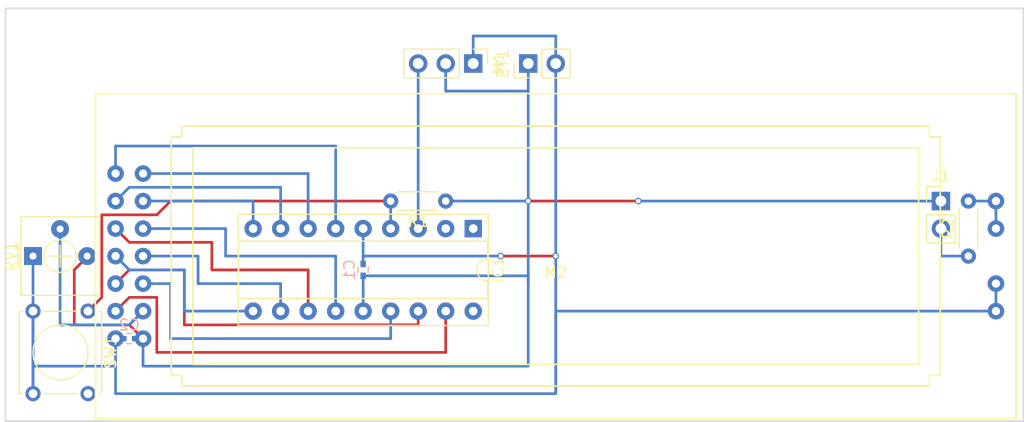
<source format=kicad_pcb>
(kicad_pcb (version 4) (host pcbnew 4.0.7)

  (general
    (links 37)
    (no_connects 1)
    (area -0.075001 -0.075001 94.055001 38.175001)
    (thickness 1.6)
    (drawings 4)
    (tracks 108)
    (zones 0)
    (modules 11)
    (nets 22)
  )

  (page A4)
  (layers
    (0 F.Cu signal)
    (31 B.Cu signal)
    (32 B.Adhes user)
    (33 F.Adhes user)
    (34 B.Paste user)
    (35 F.Paste user)
    (36 B.SilkS user)
    (37 F.SilkS user)
    (38 B.Mask user)
    (39 F.Mask user)
    (40 Dwgs.User user)
    (41 Cmts.User user)
    (42 Eco1.User user)
    (43 Eco2.User user)
    (44 Edge.Cuts user)
    (45 Margin user)
    (46 B.CrtYd user)
    (47 F.CrtYd user)
    (48 B.Fab user)
    (49 F.Fab user)
  )

  (setup
    (last_trace_width 0.25)
    (trace_clearance 0.2)
    (zone_clearance 0.508)
    (zone_45_only no)
    (trace_min 0.2)
    (segment_width 0.2)
    (edge_width 0.15)
    (via_size 0.6)
    (via_drill 0.4)
    (via_min_size 0.4)
    (via_min_drill 0.3)
    (uvia_size 0.3)
    (uvia_drill 0.1)
    (uvias_allowed no)
    (uvia_min_size 0.2)
    (uvia_min_drill 0.1)
    (pcb_text_width 0.3)
    (pcb_text_size 1.5 1.5)
    (mod_edge_width 0.15)
    (mod_text_size 1 1)
    (mod_text_width 0.15)
    (pad_size 1.524 1.524)
    (pad_drill 0.762)
    (pad_to_mask_clearance 0.2)
    (aux_axis_origin 0 0)
    (visible_elements 7FFFFFFF)
    (pcbplotparams
      (layerselection 0x00030_80000001)
      (usegerberextensions false)
      (excludeedgelayer true)
      (linewidth 0.100000)
      (plotframeref false)
      (viasonmask false)
      (mode 1)
      (useauxorigin false)
      (hpglpennumber 1)
      (hpglpenspeed 20)
      (hpglpendiameter 15)
      (hpglpenoverlay 2)
      (psnegative false)
      (psa4output false)
      (plotreference true)
      (plotvalue true)
      (plotinvisibletext false)
      (padsonsilk false)
      (subtractmaskfromsilk false)
      (outputformat 1)
      (mirror false)
      (drillshape 1)
      (scaleselection 1)
      (outputdirectory ""))
  )

  (net 0 "")
  (net 1 GND)
  (net 2 VCC)
  (net 3 "Net-(IC1-Pad1)")
  (net 4 "Net-(IC1-Pad10)")
  (net 5 "Net-(IC1-Pad2)")
  (net 6 "Net-(IC1-Pad11)")
  (net 7 "Net-(IC1-Pad3)")
  (net 8 "Net-(IC1-Pad12)")
  (net 9 "Net-(IC1-Pad4)")
  (net 10 "Net-(IC1-Pad13)")
  (net 11 "Net-(IC1-Pad6)")
  (net 12 "Net-(IC1-Pad15)")
  (net 13 "Net-(IC1-Pad7)")
  (net 14 "Net-(IC1-Pad16)")
  (net 15 "Net-(IC1-Pad8)")
  (net 16 "Net-(IC1-Pad17)")
  (net 17 "Net-(IC1-Pad9)")
  (net 18 "Net-(IC1-Pad18)")
  (net 19 "Net-(M2-Pad3)")
  (net 20 "Net-(M2-Pad15)")
  (net 21 "Net-(J1-Pad2)")

  (net_class Default "これは標準のネット クラスです。"
    (clearance 0.2)
    (trace_width 0.25)
    (via_dia 0.6)
    (via_drill 0.4)
    (uvia_dia 0.3)
    (uvia_drill 0.1)
    (add_net GND)
    (add_net "Net-(IC1-Pad1)")
    (add_net "Net-(IC1-Pad10)")
    (add_net "Net-(IC1-Pad11)")
    (add_net "Net-(IC1-Pad12)")
    (add_net "Net-(IC1-Pad13)")
    (add_net "Net-(IC1-Pad15)")
    (add_net "Net-(IC1-Pad16)")
    (add_net "Net-(IC1-Pad17)")
    (add_net "Net-(IC1-Pad18)")
    (add_net "Net-(IC1-Pad2)")
    (add_net "Net-(IC1-Pad3)")
    (add_net "Net-(IC1-Pad4)")
    (add_net "Net-(IC1-Pad6)")
    (add_net "Net-(IC1-Pad7)")
    (add_net "Net-(IC1-Pad8)")
    (add_net "Net-(IC1-Pad9)")
    (add_net "Net-(J1-Pad2)")
    (add_net "Net-(M2-Pad15)")
    (add_net "Net-(M2-Pad3)")
    (add_net VCC)
  )

  (module Resistors_THT:R_Axial_DIN0204_L3.6mm_D1.6mm_P5.08mm_Horizontal (layer F.Cu) (tedit 5874F706) (tstamp 5AA0F931)
    (at 40.64 -7.62 180)
    (descr "Resistor, Axial_DIN0204 series, Axial, Horizontal, pin pitch=5.08mm, 0.16666666666666666W = 1/6W, length*diameter=3.6*1.6mm^2, http://cdn-reichelt.de/documents/datenblatt/B400/1_4W%23YAG.pdf")
    (tags "Resistor Axial_DIN0204 series Axial Horizontal pin pitch 5.08mm 0.16666666666666666W = 1/6W length 3.6mm diameter 1.6mm")
    (path /5AA0E733)
    (fp_text reference R1 (at 2.54 -1.86 180) (layer F.SilkS)
      (effects (font (size 1 1) (thickness 0.15)))
    )
    (fp_text value 10k (at 2.54 1.86 180) (layer F.Fab)
      (effects (font (size 1 1) (thickness 0.15)))
    )
    (fp_line (start 0.74 -0.8) (end 0.74 0.8) (layer F.Fab) (width 0.1))
    (fp_line (start 0.74 0.8) (end 4.34 0.8) (layer F.Fab) (width 0.1))
    (fp_line (start 4.34 0.8) (end 4.34 -0.8) (layer F.Fab) (width 0.1))
    (fp_line (start 4.34 -0.8) (end 0.74 -0.8) (layer F.Fab) (width 0.1))
    (fp_line (start 0 0) (end 0.74 0) (layer F.Fab) (width 0.1))
    (fp_line (start 5.08 0) (end 4.34 0) (layer F.Fab) (width 0.1))
    (fp_line (start 0.68 -0.86) (end 4.4 -0.86) (layer F.SilkS) (width 0.12))
    (fp_line (start 0.68 0.86) (end 4.4 0.86) (layer F.SilkS) (width 0.12))
    (fp_line (start -0.95 -1.15) (end -0.95 1.15) (layer F.CrtYd) (width 0.05))
    (fp_line (start -0.95 1.15) (end 6.05 1.15) (layer F.CrtYd) (width 0.05))
    (fp_line (start 6.05 1.15) (end 6.05 -1.15) (layer F.CrtYd) (width 0.05))
    (fp_line (start 6.05 -1.15) (end -0.95 -1.15) (layer F.CrtYd) (width 0.05))
    (pad 1 thru_hole circle (at 0 0 180) (size 1.4 1.4) (drill 0.7) (layers *.Cu *.Mask)
      (net 2 VCC))
    (pad 2 thru_hole oval (at 5.08 0 180) (size 1.4 1.4) (drill 0.7) (layers *.Cu *.Mask)
      (net 9 "Net-(IC1-Pad4)"))
    (model ${KISYS3DMOD}/Resistors_THT.3dshapes/R_Axial_DIN0204_L3.6mm_D1.6mm_P5.08mm_Horizontal.wrl
      (at (xyz 0 0 0))
      (scale (xyz 0.393701 0.393701 0.393701))
      (rotate (xyz 0 0 0))
    )
  )

  (module Housings_DIP:DIP-18_W7.62mm_Socket (layer F.Cu) (tedit 59C78D6B) (tstamp 5AA0F8F8)
    (at 43.18 -5.08 270)
    (descr "18-lead though-hole mounted DIP package, row spacing 7.62 mm (300 mils), Socket")
    (tags "THT DIP DIL PDIP 2.54mm 7.62mm 300mil Socket")
    (path /5AA0E26C)
    (fp_text reference IC1 (at 3.81 -2.33 270) (layer F.SilkS)
      (effects (font (size 1 1) (thickness 0.15)))
    )
    (fp_text value PIC16F1827 (at 3.81 22.65 270) (layer F.Fab)
      (effects (font (size 1 1) (thickness 0.15)))
    )
    (fp_arc (start 3.81 -1.33) (end 2.81 -1.33) (angle -180) (layer F.SilkS) (width 0.12))
    (fp_line (start 1.635 -1.27) (end 6.985 -1.27) (layer F.Fab) (width 0.1))
    (fp_line (start 6.985 -1.27) (end 6.985 21.59) (layer F.Fab) (width 0.1))
    (fp_line (start 6.985 21.59) (end 0.635 21.59) (layer F.Fab) (width 0.1))
    (fp_line (start 0.635 21.59) (end 0.635 -0.27) (layer F.Fab) (width 0.1))
    (fp_line (start 0.635 -0.27) (end 1.635 -1.27) (layer F.Fab) (width 0.1))
    (fp_line (start -1.27 -1.33) (end -1.27 21.65) (layer F.Fab) (width 0.1))
    (fp_line (start -1.27 21.65) (end 8.89 21.65) (layer F.Fab) (width 0.1))
    (fp_line (start 8.89 21.65) (end 8.89 -1.33) (layer F.Fab) (width 0.1))
    (fp_line (start 8.89 -1.33) (end -1.27 -1.33) (layer F.Fab) (width 0.1))
    (fp_line (start 2.81 -1.33) (end 1.16 -1.33) (layer F.SilkS) (width 0.12))
    (fp_line (start 1.16 -1.33) (end 1.16 21.65) (layer F.SilkS) (width 0.12))
    (fp_line (start 1.16 21.65) (end 6.46 21.65) (layer F.SilkS) (width 0.12))
    (fp_line (start 6.46 21.65) (end 6.46 -1.33) (layer F.SilkS) (width 0.12))
    (fp_line (start 6.46 -1.33) (end 4.81 -1.33) (layer F.SilkS) (width 0.12))
    (fp_line (start -1.33 -1.39) (end -1.33 21.71) (layer F.SilkS) (width 0.12))
    (fp_line (start -1.33 21.71) (end 8.95 21.71) (layer F.SilkS) (width 0.12))
    (fp_line (start 8.95 21.71) (end 8.95 -1.39) (layer F.SilkS) (width 0.12))
    (fp_line (start 8.95 -1.39) (end -1.33 -1.39) (layer F.SilkS) (width 0.12))
    (fp_line (start -1.55 -1.6) (end -1.55 21.9) (layer F.CrtYd) (width 0.05))
    (fp_line (start -1.55 21.9) (end 9.15 21.9) (layer F.CrtYd) (width 0.05))
    (fp_line (start 9.15 21.9) (end 9.15 -1.6) (layer F.CrtYd) (width 0.05))
    (fp_line (start 9.15 -1.6) (end -1.55 -1.6) (layer F.CrtYd) (width 0.05))
    (fp_text user %R (at 3.81 10.16 270) (layer F.Fab)
      (effects (font (size 1 1) (thickness 0.15)))
    )
    (pad 1 thru_hole rect (at 0 0 270) (size 1.6 1.6) (drill 0.8) (layers *.Cu *.Mask)
      (net 3 "Net-(IC1-Pad1)"))
    (pad 10 thru_hole oval (at 7.62 20.32 270) (size 1.6 1.6) (drill 0.8) (layers *.Cu *.Mask)
      (net 4 "Net-(IC1-Pad10)"))
    (pad 2 thru_hole oval (at 0 2.54 270) (size 1.6 1.6) (drill 0.8) (layers *.Cu *.Mask)
      (net 5 "Net-(IC1-Pad2)"))
    (pad 11 thru_hole oval (at 7.62 17.78 270) (size 1.6 1.6) (drill 0.8) (layers *.Cu *.Mask)
      (net 6 "Net-(IC1-Pad11)"))
    (pad 3 thru_hole oval (at 0 5.08 270) (size 1.6 1.6) (drill 0.8) (layers *.Cu *.Mask)
      (net 7 "Net-(IC1-Pad3)"))
    (pad 12 thru_hole oval (at 7.62 15.24 270) (size 1.6 1.6) (drill 0.8) (layers *.Cu *.Mask)
      (net 8 "Net-(IC1-Pad12)"))
    (pad 4 thru_hole oval (at 0 7.62 270) (size 1.6 1.6) (drill 0.8) (layers *.Cu *.Mask)
      (net 9 "Net-(IC1-Pad4)"))
    (pad 13 thru_hole oval (at 7.62 12.7 270) (size 1.6 1.6) (drill 0.8) (layers *.Cu *.Mask)
      (net 10 "Net-(IC1-Pad13)"))
    (pad 5 thru_hole oval (at 0 10.16 270) (size 1.6 1.6) (drill 0.8) (layers *.Cu *.Mask)
      (net 1 GND))
    (pad 14 thru_hole oval (at 7.62 10.16 270) (size 1.6 1.6) (drill 0.8) (layers *.Cu *.Mask)
      (net 2 VCC))
    (pad 6 thru_hole oval (at 0 12.7 270) (size 1.6 1.6) (drill 0.8) (layers *.Cu *.Mask)
      (net 11 "Net-(IC1-Pad6)"))
    (pad 15 thru_hole oval (at 7.62 7.62 270) (size 1.6 1.6) (drill 0.8) (layers *.Cu *.Mask)
      (net 12 "Net-(IC1-Pad15)"))
    (pad 7 thru_hole oval (at 0 15.24 270) (size 1.6 1.6) (drill 0.8) (layers *.Cu *.Mask)
      (net 13 "Net-(IC1-Pad7)"))
    (pad 16 thru_hole oval (at 7.62 5.08 270) (size 1.6 1.6) (drill 0.8) (layers *.Cu *.Mask)
      (net 14 "Net-(IC1-Pad16)"))
    (pad 8 thru_hole oval (at 0 17.78 270) (size 1.6 1.6) (drill 0.8) (layers *.Cu *.Mask)
      (net 15 "Net-(IC1-Pad8)"))
    (pad 17 thru_hole oval (at 7.62 2.54 270) (size 1.6 1.6) (drill 0.8) (layers *.Cu *.Mask)
      (net 16 "Net-(IC1-Pad17)"))
    (pad 9 thru_hole oval (at 0 20.32 270) (size 1.6 1.6) (drill 0.8) (layers *.Cu *.Mask)
      (net 17 "Net-(IC1-Pad9)"))
    (pad 18 thru_hole oval (at 7.62 0 270) (size 1.6 1.6) (drill 0.8) (layers *.Cu *.Mask)
      (net 18 "Net-(IC1-Pad18)"))
    (model ${KISYS3DMOD}/Housings_DIP.3dshapes/DIP-18_W7.62mm_Socket.wrl
      (at (xyz 0 0 0))
      (scale (xyz 1 1 1))
      (rotate (xyz 0 0 0))
    )
  )

  (module mylib:SC1602 (layer F.Cu) (tedit 5AA0FF49) (tstamp 5AA108F4)
    (at 50.8 -2.54)
    (path /5AA0E1D7)
    (fp_text reference M2 (at 0 1.5) (layer F.SilkS)
      (effects (font (size 1 1) (thickness 0.15)))
    )
    (fp_text value SC1602 (at 0 -1.5) (layer F.Fab)
      (effects (font (size 1 1) (thickness 0.15)))
    )
    (fp_line (start -33.5 -10) (end -33.5 10) (layer F.SilkS) (width 0.15))
    (fp_line (start -33.5 10) (end 33.5 10) (layer F.SilkS) (width 0.15))
    (fp_line (start 33.5 10) (end 33.5 -10) (layer F.SilkS) (width 0.15))
    (fp_line (start 33.5 -10) (end -33.5 -10) (layer F.SilkS) (width 0.15))
    (fp_line (start -35.5 0) (end -35.5 -11) (layer F.SilkS) (width 0.15))
    (fp_line (start -35.5 -11) (end -34.5 -11) (layer F.SilkS) (width 0.15))
    (fp_line (start -34.5 -11) (end -34.5 -12) (layer F.SilkS) (width 0.15))
    (fp_line (start -34.5 -12) (end 34.5 -12) (layer F.SilkS) (width 0.15))
    (fp_line (start 34.5 -12) (end 34.5 -11) (layer F.SilkS) (width 0.15))
    (fp_line (start 34.5 -11) (end 35.5 -11) (layer F.SilkS) (width 0.15))
    (fp_line (start 35.5 -11) (end 35.5 11) (layer F.SilkS) (width 0.15))
    (fp_line (start 35.5 11) (end 34.5 11) (layer F.SilkS) (width 0.15))
    (fp_line (start 34.5 11) (end 34.5 12) (layer F.SilkS) (width 0.15))
    (fp_line (start 34.5 12) (end -34.5 12) (layer F.SilkS) (width 0.15))
    (fp_line (start -35.5 0) (end -35.5 11) (layer F.SilkS) (width 0.15))
    (fp_line (start -35.5 11) (end -34.5 11) (layer F.SilkS) (width 0.15))
    (fp_line (start -34.5 11) (end -34.5 12) (layer F.SilkS) (width 0.15))
    (fp_line (start 42.5 -15) (end -42.5 -15) (layer F.SilkS) (width 0.15))
    (fp_line (start 42.5 -15) (end 42.5 15) (layer F.SilkS) (width 0.15))
    (fp_line (start 42.5 15) (end -42.5 15) (layer F.SilkS) (width 0.15))
    (fp_line (start -42.5 15) (end -42.5 0) (layer F.SilkS) (width 0.15))
    (fp_line (start -42.5 0) (end -42.5 -15) (layer F.SilkS) (width 0.15))
    (pad 1 thru_hole circle (at -38.1 7.62) (size 1.524 1.524) (drill 0.762) (layers *.Cu *.Mask)
      (net 2 VCC))
    (pad 2 thru_hole circle (at -40.64 7.62) (size 1.524 1.524) (drill 0.762) (layers *.Cu *.Mask)
      (net 1 GND))
    (pad 3 thru_hole circle (at -38.1 5.08) (size 1.524 1.524) (drill 0.762) (layers *.Cu *.Mask)
      (net 19 "Net-(M2-Pad3)"))
    (pad 4 thru_hole circle (at -40.64 5.08) (size 1.524 1.524) (drill 0.762) (layers *.Cu *.Mask)
      (net 16 "Net-(IC1-Pad17)"))
    (pad 5 thru_hole circle (at -38.1 2.54) (size 1.524 1.524) (drill 0.762) (layers *.Cu *.Mask)
      (net 12 "Net-(IC1-Pad15)"))
    (pad 6 thru_hole circle (at -40.64 2.54) (size 1.524 1.524) (drill 0.762) (layers *.Cu *.Mask)
      (net 14 "Net-(IC1-Pad16)"))
    (pad 7 thru_hole circle (at -38.1 0) (size 1.524 1.524) (drill 0.762) (layers *.Cu *.Mask)
      (net 6 "Net-(IC1-Pad11)"))
    (pad 8 thru_hole circle (at -40.64 0) (size 1.524 1.524) (drill 0.762) (layers *.Cu *.Mask)
      (net 4 "Net-(IC1-Pad10)"))
    (pad 9 thru_hole circle (at -38.1 -2.54) (size 1.524 1.524) (drill 0.762) (layers *.Cu *.Mask)
      (net 10 "Net-(IC1-Pad13)"))
    (pad 10 thru_hole circle (at -40.64 -2.54) (size 1.524 1.524) (drill 0.762) (layers *.Cu *.Mask)
      (net 8 "Net-(IC1-Pad12)"))
    (pad 11 thru_hole circle (at -38.1 -5.08) (size 1.524 1.524) (drill 0.762) (layers *.Cu *.Mask)
      (net 17 "Net-(IC1-Pad9)"))
    (pad 12 thru_hole circle (at -40.64 -5.08) (size 1.524 1.524) (drill 0.762) (layers *.Cu *.Mask)
      (net 15 "Net-(IC1-Pad8)"))
    (pad 13 thru_hole circle (at -38.1 -7.62) (size 1.524 1.524) (drill 0.762) (layers *.Cu *.Mask)
      (net 13 "Net-(IC1-Pad7)"))
    (pad 14 thru_hole circle (at -40.64 -7.62) (size 1.524 1.524) (drill 0.762) (layers *.Cu *.Mask)
      (net 11 "Net-(IC1-Pad6)"))
    (pad 15 thru_hole circle (at 40.64 -5.08) (size 1.524 1.524) (drill 0.762) (layers *.Cu *.Mask)
      (net 20 "Net-(M2-Pad15)"))
    (pad 15 thru_hole circle (at 40.64 -2.54) (size 1.524 1.524) (drill 0.762) (layers *.Cu *.Mask)
      (net 20 "Net-(M2-Pad15)"))
    (pad 16 thru_hole circle (at 40.64 2.54) (size 1.524 1.524) (drill 0.762) (layers *.Cu *.Mask)
      (net 1 GND))
    (pad 16 thru_hole circle (at 40.64 5.08) (size 1.524 1.524) (drill 0.762) (layers *.Cu *.Mask)
      (net 1 GND))
  )

  (module Resistors_THT:R_Axial_DIN0204_L3.6mm_D1.6mm_P5.08mm_Horizontal (layer F.Cu) (tedit 5874F706) (tstamp 5AA0F937)
    (at 88.9 -2.54 90)
    (descr "Resistor, Axial_DIN0204 series, Axial, Horizontal, pin pitch=5.08mm, 0.16666666666666666W = 1/6W, length*diameter=3.6*1.6mm^2, http://cdn-reichelt.de/documents/datenblatt/B400/1_4W%23YAG.pdf")
    (tags "Resistor Axial_DIN0204 series Axial Horizontal pin pitch 5.08mm 0.16666666666666666W = 1/6W length 3.6mm diameter 1.6mm")
    (path /5AA0E6D6)
    (fp_text reference R2 (at 2.54 -1.86 90) (layer F.SilkS)
      (effects (font (size 1 1) (thickness 0.15)))
    )
    (fp_text value 100 (at 2.54 1.86 90) (layer F.Fab)
      (effects (font (size 1 1) (thickness 0.15)))
    )
    (fp_line (start 0.74 -0.8) (end 0.74 0.8) (layer F.Fab) (width 0.1))
    (fp_line (start 0.74 0.8) (end 4.34 0.8) (layer F.Fab) (width 0.1))
    (fp_line (start 4.34 0.8) (end 4.34 -0.8) (layer F.Fab) (width 0.1))
    (fp_line (start 4.34 -0.8) (end 0.74 -0.8) (layer F.Fab) (width 0.1))
    (fp_line (start 0 0) (end 0.74 0) (layer F.Fab) (width 0.1))
    (fp_line (start 5.08 0) (end 4.34 0) (layer F.Fab) (width 0.1))
    (fp_line (start 0.68 -0.86) (end 4.4 -0.86) (layer F.SilkS) (width 0.12))
    (fp_line (start 0.68 0.86) (end 4.4 0.86) (layer F.SilkS) (width 0.12))
    (fp_line (start -0.95 -1.15) (end -0.95 1.15) (layer F.CrtYd) (width 0.05))
    (fp_line (start -0.95 1.15) (end 6.05 1.15) (layer F.CrtYd) (width 0.05))
    (fp_line (start 6.05 1.15) (end 6.05 -1.15) (layer F.CrtYd) (width 0.05))
    (fp_line (start 6.05 -1.15) (end -0.95 -1.15) (layer F.CrtYd) (width 0.05))
    (pad 1 thru_hole circle (at 0 0 90) (size 1.4 1.4) (drill 0.7) (layers *.Cu *.Mask)
      (net 21 "Net-(J1-Pad2)"))
    (pad 2 thru_hole oval (at 5.08 0 90) (size 1.4 1.4) (drill 0.7) (layers *.Cu *.Mask)
      (net 20 "Net-(M2-Pad15)"))
    (model ${KISYS3DMOD}/Resistors_THT.3dshapes/R_Axial_DIN0204_L3.6mm_D1.6mm_P5.08mm_Horizontal.wrl
      (at (xyz 0 0 0))
      (scale (xyz 0.393701 0.393701 0.393701))
      (rotate (xyz 0 0 0))
    )
  )

  (module Buttons_Switches_THT:SW_Tactile_Straight_KSL0Axx1LFTR (layer F.Cu) (tedit 592E7E42) (tstamp 5AA12AED)
    (at 7.62 2.54 270)
    (descr "SW PUSH SMALL http://www.ckswitches.com/media/1457/ksa_ksl.pdf")
    (tags "SW PUSH SMALL Tactile C&K")
    (path /5AA128D9)
    (fp_text reference SW1 (at 3.81 -2.08 270) (layer F.SilkS)
      (effects (font (size 1 1) (thickness 0.15)))
    )
    (fp_text value SW_Push (at 3.81 7.28 270) (layer F.Fab)
      (effects (font (size 1 1) (thickness 0.15)))
    )
    (fp_line (start 7.51 6.24) (end 0.11 6.24) (layer F.Fab) (width 0.1))
    (fp_line (start 7.51 -1.16) (end 7.51 6.24) (layer F.Fab) (width 0.1))
    (fp_line (start 0.11 -1.16) (end 7.51 -1.16) (layer F.Fab) (width 0.1))
    (fp_line (start 0.11 6.24) (end 0.11 -1.16) (layer F.Fab) (width 0.1))
    (fp_text user %R (at 3.81 2.54 270) (layer F.Fab)
      (effects (font (size 1 1) (thickness 0.15)))
    )
    (fp_line (start 0 -1.27) (end 7.62 -1.27) (layer F.SilkS) (width 0.12))
    (fp_line (start 7.62 -1.27) (end 7.62 -0.97) (layer F.SilkS) (width 0.12))
    (fp_line (start 7.62 6.35) (end 0 6.35) (layer F.SilkS) (width 0.12))
    (fp_line (start 0 -1.27) (end 0 -0.97) (layer F.SilkS) (width 0.12))
    (fp_line (start 7.62 0.97) (end 7.62 4.11) (layer F.SilkS) (width 0.12))
    (fp_line (start 0 0.97) (end 0 4.11) (layer F.SilkS) (width 0.12))
    (fp_line (start -0.95 -1.41) (end 8.57 -1.41) (layer F.CrtYd) (width 0.05))
    (fp_line (start -0.95 -1.41) (end -0.95 6.49) (layer F.CrtYd) (width 0.05))
    (fp_line (start 8.57 6.49) (end 8.57 -1.41) (layer F.CrtYd) (width 0.05))
    (fp_line (start 8.57 6.49) (end -0.95 6.49) (layer F.CrtYd) (width 0.05))
    (fp_line (start 7.62 6.05) (end 7.62 6.35) (layer F.SilkS) (width 0.12))
    (fp_line (start 0 6.05) (end 0 6.35) (layer F.SilkS) (width 0.12))
    (fp_circle (center 3.81 2.54) (end 3.81 0) (layer F.SilkS) (width 0.12))
    (pad 1 thru_hole circle (at 7.62 0 270) (size 1.397 1.397) (drill 0.8128) (layers *.Cu *.Mask)
      (net 9 "Net-(IC1-Pad4)"))
    (pad 2 thru_hole circle (at 7.62 5.08 270) (size 1.397 1.397) (drill 0.8128) (layers *.Cu *.Mask)
      (net 1 GND))
    (pad 1 thru_hole circle (at 0 0 270) (size 1.397 1.397) (drill 0.8128) (layers *.Cu *.Mask)
      (net 9 "Net-(IC1-Pad4)"))
    (pad 2 thru_hole circle (at 0 5.08 270) (size 1.397 1.397) (drill 0.8128) (layers *.Cu *.Mask)
      (net 1 GND))
    (model ${KISYS3DMOD}/Buttons_Switches_THT.3dshapes/SW_Tactile_Straight_KSL0Axx1LFTR.wrl
      (at (xyz 0 0 0))
      (scale (xyz 1 1 1))
      (rotate (xyz 0 0 0))
    )
  )

  (module Capacitors_SMD:C_0402 (layer B.Cu) (tedit 58AA841A) (tstamp 5AA0F8DC)
    (at 33.02 -1.27 270)
    (descr "Capacitor SMD 0402, reflow soldering, AVX (see smccp.pdf)")
    (tags "capacitor 0402")
    (path /5AA0E766)
    (attr smd)
    (fp_text reference C1 (at 0 1.27 270) (layer B.SilkS)
      (effects (font (size 1 1) (thickness 0.15)) (justify mirror))
    )
    (fp_text value 0.1u (at 0 -1.27 270) (layer B.Fab)
      (effects (font (size 1 1) (thickness 0.15)) (justify mirror))
    )
    (fp_text user %R (at 0 1.27 270) (layer B.Fab)
      (effects (font (size 1 1) (thickness 0.15)) (justify mirror))
    )
    (fp_line (start -0.5 -0.25) (end -0.5 0.25) (layer B.Fab) (width 0.1))
    (fp_line (start 0.5 -0.25) (end -0.5 -0.25) (layer B.Fab) (width 0.1))
    (fp_line (start 0.5 0.25) (end 0.5 -0.25) (layer B.Fab) (width 0.1))
    (fp_line (start -0.5 0.25) (end 0.5 0.25) (layer B.Fab) (width 0.1))
    (fp_line (start 0.25 0.47) (end -0.25 0.47) (layer B.SilkS) (width 0.12))
    (fp_line (start -0.25 -0.47) (end 0.25 -0.47) (layer B.SilkS) (width 0.12))
    (fp_line (start -1 0.4) (end 1 0.4) (layer B.CrtYd) (width 0.05))
    (fp_line (start -1 0.4) (end -1 -0.4) (layer B.CrtYd) (width 0.05))
    (fp_line (start 1 -0.4) (end 1 0.4) (layer B.CrtYd) (width 0.05))
    (fp_line (start 1 -0.4) (end -1 -0.4) (layer B.CrtYd) (width 0.05))
    (pad 1 smd rect (at -0.55 0 270) (size 0.6 0.5) (layers B.Cu B.Paste B.Mask)
      (net 1 GND))
    (pad 2 smd rect (at 0.55 0 270) (size 0.6 0.5) (layers B.Cu B.Paste B.Mask)
      (net 2 VCC))
    (model Capacitors_SMD.3dshapes/C_0402.wrl
      (at (xyz 0 0 0))
      (scale (xyz 1 1 1))
      (rotate (xyz 0 0 0))
    )
  )

  (module Capacitors_SMD:C_0402 (layer B.Cu) (tedit 58AA841A) (tstamp 5AA0F8E2)
    (at 11.43 5.08 180)
    (descr "Capacitor SMD 0402, reflow soldering, AVX (see smccp.pdf)")
    (tags "capacitor 0402")
    (path /5AA0F0AD)
    (attr smd)
    (fp_text reference C2 (at 0 1.27 180) (layer B.SilkS)
      (effects (font (size 1 1) (thickness 0.15)) (justify mirror))
    )
    (fp_text value 0.1u (at 0 -1.27 180) (layer B.Fab)
      (effects (font (size 1 1) (thickness 0.15)) (justify mirror))
    )
    (fp_text user %R (at 0 1.27 180) (layer B.Fab)
      (effects (font (size 1 1) (thickness 0.15)) (justify mirror))
    )
    (fp_line (start -0.5 -0.25) (end -0.5 0.25) (layer B.Fab) (width 0.1))
    (fp_line (start 0.5 -0.25) (end -0.5 -0.25) (layer B.Fab) (width 0.1))
    (fp_line (start 0.5 0.25) (end 0.5 -0.25) (layer B.Fab) (width 0.1))
    (fp_line (start -0.5 0.25) (end 0.5 0.25) (layer B.Fab) (width 0.1))
    (fp_line (start 0.25 0.47) (end -0.25 0.47) (layer B.SilkS) (width 0.12))
    (fp_line (start -0.25 -0.47) (end 0.25 -0.47) (layer B.SilkS) (width 0.12))
    (fp_line (start -1 0.4) (end 1 0.4) (layer B.CrtYd) (width 0.05))
    (fp_line (start -1 0.4) (end -1 -0.4) (layer B.CrtYd) (width 0.05))
    (fp_line (start 1 -0.4) (end 1 0.4) (layer B.CrtYd) (width 0.05))
    (fp_line (start 1 -0.4) (end -1 -0.4) (layer B.CrtYd) (width 0.05))
    (pad 1 smd rect (at -0.55 0 180) (size 0.6 0.5) (layers B.Cu B.Paste B.Mask)
      (net 2 VCC))
    (pad 2 smd rect (at 0.55 0 180) (size 0.6 0.5) (layers B.Cu B.Paste B.Mask)
      (net 1 GND))
    (model Capacitors_SMD.3dshapes/C_0402.wrl
      (at (xyz 0 0 0))
      (scale (xyz 1 1 1))
      (rotate (xyz 0 0 0))
    )
  )

  (module Pin_Headers:Pin_Header_Straight_1x03_Pitch2.54mm (layer F.Cu) (tedit 59650532) (tstamp 5AA0F8FF)
    (at 43.18 -20.32 270)
    (descr "Through hole straight pin header, 1x03, 2.54mm pitch, single row")
    (tags "Through hole pin header THT 1x03 2.54mm single row")
    (path /5AA0E2BB)
    (fp_text reference M1 (at 0 -2.33 270) (layer F.SilkS)
      (effects (font (size 1 1) (thickness 0.15)))
    )
    (fp_text value Octopus_DHT11 (at 0 7.41 270) (layer F.Fab)
      (effects (font (size 1 1) (thickness 0.15)))
    )
    (fp_line (start -0.635 -1.27) (end 1.27 -1.27) (layer F.Fab) (width 0.1))
    (fp_line (start 1.27 -1.27) (end 1.27 6.35) (layer F.Fab) (width 0.1))
    (fp_line (start 1.27 6.35) (end -1.27 6.35) (layer F.Fab) (width 0.1))
    (fp_line (start -1.27 6.35) (end -1.27 -0.635) (layer F.Fab) (width 0.1))
    (fp_line (start -1.27 -0.635) (end -0.635 -1.27) (layer F.Fab) (width 0.1))
    (fp_line (start -1.33 6.41) (end 1.33 6.41) (layer F.SilkS) (width 0.12))
    (fp_line (start -1.33 1.27) (end -1.33 6.41) (layer F.SilkS) (width 0.12))
    (fp_line (start 1.33 1.27) (end 1.33 6.41) (layer F.SilkS) (width 0.12))
    (fp_line (start -1.33 1.27) (end 1.33 1.27) (layer F.SilkS) (width 0.12))
    (fp_line (start -1.33 0) (end -1.33 -1.33) (layer F.SilkS) (width 0.12))
    (fp_line (start -1.33 -1.33) (end 0 -1.33) (layer F.SilkS) (width 0.12))
    (fp_line (start -1.8 -1.8) (end -1.8 6.85) (layer F.CrtYd) (width 0.05))
    (fp_line (start -1.8 6.85) (end 1.8 6.85) (layer F.CrtYd) (width 0.05))
    (fp_line (start 1.8 6.85) (end 1.8 -1.8) (layer F.CrtYd) (width 0.05))
    (fp_line (start 1.8 -1.8) (end -1.8 -1.8) (layer F.CrtYd) (width 0.05))
    (fp_text user %R (at 0 2.54 360) (layer F.Fab)
      (effects (font (size 1 1) (thickness 0.15)))
    )
    (pad 1 thru_hole rect (at 0 0 270) (size 1.7 1.7) (drill 1) (layers *.Cu *.Mask)
      (net 1 GND))
    (pad 2 thru_hole oval (at 0 2.54 270) (size 1.7 1.7) (drill 1) (layers *.Cu *.Mask)
      (net 2 VCC))
    (pad 3 thru_hole oval (at 0 5.08 270) (size 1.7 1.7) (drill 1) (layers *.Cu *.Mask)
      (net 7 "Net-(IC1-Pad3)"))
    (model ${KISYS3DMOD}/Pin_Headers.3dshapes/Pin_Header_Straight_1x03_Pitch2.54mm.wrl
      (at (xyz 0 0 0))
      (scale (xyz 1 1 1))
      (rotate (xyz 0 0 0))
    )
  )

  (module Potentiometers:Potentiometer_Trimmer_Copal_CT-6EP (layer F.Cu) (tedit 59A855DB) (tstamp 5AA0F93E)
    (at 2.54 -2.54 90)
    (descr "single turn cermet trimmer, Copal CT-6EP, https://www.nidec-copal-electronics.com/e/catalog/trimmer/ct-6.pdf")
    (tags "potentiometer trimmer")
    (path /5AA0E667)
    (fp_text reference RV1 (at 0 -2 90) (layer F.SilkS)
      (effects (font (size 1 1) (thickness 0.15)))
    )
    (fp_text value 20k (at 0 7 90) (layer F.Fab)
      (effects (font (size 1 1) (thickness 0.15)))
    )
    (fp_circle (center 0 2.5) (end 1.5 2.5) (layer F.SilkS) (width 0.12))
    (fp_line (start 0 0) (end 1 -1) (layer F.Fab) (width 0.1))
    (fp_line (start 1 -1) (end 3.5 -1) (layer F.Fab) (width 0.1))
    (fp_line (start 3.5 -1) (end 3.5 6) (layer F.Fab) (width 0.1))
    (fp_line (start 3.5 6) (end -3.5 6) (layer F.Fab) (width 0.1))
    (fp_line (start -3.5 6) (end -3.5 -1) (layer F.Fab) (width 0.1))
    (fp_line (start -3.5 -1) (end -1 -1) (layer F.Fab) (width 0.1))
    (fp_line (start -1 -1) (end 0 0) (layer F.Fab) (width 0.1))
    (fp_line (start -3.62 -1.12) (end -3.62 6.12) (layer F.SilkS) (width 0.12))
    (fp_line (start -3.62 6.12) (end 3.62 6.12) (layer F.SilkS) (width 0.12))
    (fp_line (start 3.62 6.12) (end 3.62 -1.12) (layer F.SilkS) (width 0.12))
    (fp_line (start 3.62 -1.12) (end -3.62 -1.12) (layer F.SilkS) (width 0.12))
    (fp_line (start -1 -1.36) (end 1 -1.36) (layer F.SilkS) (width 0.12))
    (fp_line (start 0 1.5) (end 0 3.5) (layer F.SilkS) (width 0.12))
    (fp_line (start -1 2.5) (end 1 2.5) (layer F.SilkS) (width 0.12))
    (fp_line (start -3.75 -1.25) (end -3.75 6.25) (layer F.CrtYd) (width 0.05))
    (fp_line (start -3.75 6.25) (end 3.75 6.25) (layer F.CrtYd) (width 0.05))
    (fp_line (start 3.75 6.25) (end 3.75 -1.25) (layer F.CrtYd) (width 0.05))
    (fp_line (start 3.75 -1.25) (end -3.75 -1.25) (layer F.CrtYd) (width 0.05))
    (fp_text user %R (at 0 2.5 90) (layer F.Fab)
      (effects (font (size 1 1) (thickness 0.15)))
    )
    (pad 1 thru_hole rect (at 0 0 90) (size 1.65 1.65) (drill 0.65) (layers *.Cu *.Mask)
      (net 1 GND))
    (pad 2 thru_hole circle (at 2.5 2.5 90) (size 1.65 1.65) (drill 0.65) (layers *.Cu *.Mask)
      (net 19 "Net-(M2-Pad3)"))
    (pad 3 thru_hole circle (at 0 5 90) (size 1.65 1.65) (drill 0.65) (layers *.Cu *.Mask)
      (net 2 VCC))
    (model ${KISYS3DMOD}/Potentiometers.3dshapes/Potentiometer_Trimmer_Copal_CT-6EP.wrl
      (at (xyz 0 0 0))
      (scale (xyz 1 1 1))
      (rotate (xyz 0 0 0))
    )
  )

  (module Pin_Headers:Pin_Header_Straight_1x02_Pitch2.54mm (layer F.Cu) (tedit 59650532) (tstamp 5AA0FEB2)
    (at 48.26 -20.32 90)
    (descr "Through hole straight pin header, 1x02, 2.54mm pitch, single row")
    (tags "Through hole pin header THT 1x02 2.54mm single row")
    (path /5AA0FD9A)
    (fp_text reference BT1 (at 0 -2.33 90) (layer F.SilkS)
      (effects (font (size 1 1) (thickness 0.15)))
    )
    (fp_text value Battery (at 0 4.87 90) (layer F.Fab)
      (effects (font (size 1 1) (thickness 0.15)))
    )
    (fp_line (start -0.635 -1.27) (end 1.27 -1.27) (layer F.Fab) (width 0.1))
    (fp_line (start 1.27 -1.27) (end 1.27 3.81) (layer F.Fab) (width 0.1))
    (fp_line (start 1.27 3.81) (end -1.27 3.81) (layer F.Fab) (width 0.1))
    (fp_line (start -1.27 3.81) (end -1.27 -0.635) (layer F.Fab) (width 0.1))
    (fp_line (start -1.27 -0.635) (end -0.635 -1.27) (layer F.Fab) (width 0.1))
    (fp_line (start -1.33 3.87) (end 1.33 3.87) (layer F.SilkS) (width 0.12))
    (fp_line (start -1.33 1.27) (end -1.33 3.87) (layer F.SilkS) (width 0.12))
    (fp_line (start 1.33 1.27) (end 1.33 3.87) (layer F.SilkS) (width 0.12))
    (fp_line (start -1.33 1.27) (end 1.33 1.27) (layer F.SilkS) (width 0.12))
    (fp_line (start -1.33 0) (end -1.33 -1.33) (layer F.SilkS) (width 0.12))
    (fp_line (start -1.33 -1.33) (end 0 -1.33) (layer F.SilkS) (width 0.12))
    (fp_line (start -1.8 -1.8) (end -1.8 4.35) (layer F.CrtYd) (width 0.05))
    (fp_line (start -1.8 4.35) (end 1.8 4.35) (layer F.CrtYd) (width 0.05))
    (fp_line (start 1.8 4.35) (end 1.8 -1.8) (layer F.CrtYd) (width 0.05))
    (fp_line (start 1.8 -1.8) (end -1.8 -1.8) (layer F.CrtYd) (width 0.05))
    (fp_text user %R (at 0 1.27 180) (layer F.Fab)
      (effects (font (size 1 1) (thickness 0.15)))
    )
    (pad 1 thru_hole rect (at 0 0 90) (size 1.7 1.7) (drill 1) (layers *.Cu *.Mask)
      (net 2 VCC))
    (pad 2 thru_hole oval (at 0 2.54 90) (size 1.7 1.7) (drill 1) (layers *.Cu *.Mask)
      (net 1 GND))
    (model ${KISYS3DMOD}/Pin_Headers.3dshapes/Pin_Header_Straight_1x02_Pitch2.54mm.wrl
      (at (xyz 0 0 0))
      (scale (xyz 1 1 1))
      (rotate (xyz 0 0 0))
    )
  )

  (module Pin_Headers:Pin_Header_Straight_1x02_Pitch2.54mm (layer F.Cu) (tedit 59650532) (tstamp 5AA13954)
    (at 86.36 -7.62)
    (descr "Through hole straight pin header, 1x02, 2.54mm pitch, single row")
    (tags "Through hole pin header THT 1x02 2.54mm single row")
    (path /5AA13BFD)
    (fp_text reference J1 (at 0 -2.33) (layer F.SilkS)
      (effects (font (size 1 1) (thickness 0.15)))
    )
    (fp_text value Conn_02x01 (at 0 4.87) (layer F.Fab)
      (effects (font (size 1 1) (thickness 0.15)))
    )
    (fp_line (start -0.635 -1.27) (end 1.27 -1.27) (layer F.Fab) (width 0.1))
    (fp_line (start 1.27 -1.27) (end 1.27 3.81) (layer F.Fab) (width 0.1))
    (fp_line (start 1.27 3.81) (end -1.27 3.81) (layer F.Fab) (width 0.1))
    (fp_line (start -1.27 3.81) (end -1.27 -0.635) (layer F.Fab) (width 0.1))
    (fp_line (start -1.27 -0.635) (end -0.635 -1.27) (layer F.Fab) (width 0.1))
    (fp_line (start -1.33 3.87) (end 1.33 3.87) (layer F.SilkS) (width 0.12))
    (fp_line (start -1.33 1.27) (end -1.33 3.87) (layer F.SilkS) (width 0.12))
    (fp_line (start 1.33 1.27) (end 1.33 3.87) (layer F.SilkS) (width 0.12))
    (fp_line (start -1.33 1.27) (end 1.33 1.27) (layer F.SilkS) (width 0.12))
    (fp_line (start -1.33 0) (end -1.33 -1.33) (layer F.SilkS) (width 0.12))
    (fp_line (start -1.33 -1.33) (end 0 -1.33) (layer F.SilkS) (width 0.12))
    (fp_line (start -1.8 -1.8) (end -1.8 4.35) (layer F.CrtYd) (width 0.05))
    (fp_line (start -1.8 4.35) (end 1.8 4.35) (layer F.CrtYd) (width 0.05))
    (fp_line (start 1.8 4.35) (end 1.8 -1.8) (layer F.CrtYd) (width 0.05))
    (fp_line (start 1.8 -1.8) (end -1.8 -1.8) (layer F.CrtYd) (width 0.05))
    (fp_text user %R (at 0 1.27 90) (layer F.Fab)
      (effects (font (size 1 1) (thickness 0.15)))
    )
    (pad 1 thru_hole rect (at 0 0) (size 1.7 1.7) (drill 1) (layers *.Cu *.Mask)
      (net 2 VCC))
    (pad 2 thru_hole oval (at 0 2.54) (size 1.7 1.7) (drill 1) (layers *.Cu *.Mask)
      (net 21 "Net-(J1-Pad2)"))
    (model ${KISYS3DMOD}/Pin_Headers.3dshapes/Pin_Header_Straight_1x02_Pitch2.54mm.wrl
      (at (xyz 0 0 0))
      (scale (xyz 1 1 1))
      (rotate (xyz 0 0 0))
    )
  )

  (gr_line (start 93.98 -25.4) (end 93.98 12.7) (angle 90) (layer Edge.Cuts) (width 0.15))
  (gr_line (start 0 -25.4) (end 0 12.7) (angle 90) (layer Edge.Cuts) (width 0.15))
  (gr_line (start 0 12.7) (end 93.98 12.7) (angle 90) (layer Edge.Cuts) (width 0.15))
  (gr_line (start 0 -25.4) (end 93.98 -25.4) (angle 90) (layer Edge.Cuts) (width 0.15))

  (via (at 50.8 -2.54) (size 0.6) (drill 0.4) (layers F.Cu B.Cu) (net 1))
  (segment (start 33.02 -2.54) (end 45.72 -2.54) (width 0.25) (layer B.Cu) (net 1) (tstamp 5AB67441))
  (via (at 45.72 -2.54) (size 0.6) (drill 0.4) (layers F.Cu B.Cu) (net 1))
  (segment (start 45.72 -2.54) (end 50.8 -2.54) (width 0.25) (layer F.Cu) (net 1) (tstamp 5AB6743E))
  (segment (start 50.8 10.16) (end 50.8 2.54) (width 0.25) (layer B.Cu) (net 1))
  (segment (start 50.8 2.54) (end 55.88 2.54) (width 0.25) (layer B.Cu) (net 1) (tstamp 5AB67421))
  (segment (start 50.8 -20.32) (end 50.8 -2.54) (width 0.25) (layer B.Cu) (net 1))
  (segment (start 50.8 -2.54) (end 50.8 10.16) (width 0.25) (layer B.Cu) (net 1) (tstamp 5AB6743B))
  (segment (start 43.18 -20.32) (end 43.18 -22.86) (width 0.25) (layer B.Cu) (net 1))
  (segment (start 43.18 -22.86) (end 50.8 -22.86) (width 0.25) (layer B.Cu) (net 1) (tstamp 5AB67413))
  (segment (start 50.8 -22.86) (end 50.8 -20.32) (width 0.25) (layer B.Cu) (net 1) (tstamp 5AB67414))
  (segment (start 2.54 10.16) (end 2.54 2.54) (width 0.25) (layer B.Cu) (net 1))
  (segment (start 66.04 2.54) (end 55.88 2.54) (width 0.25) (layer B.Cu) (net 1))
  (segment (start 91.44 2.54) (end 66.04 2.54) (width 0.25) (layer B.Cu) (net 1) (status 10))
  (segment (start 33.02 -5.08) (end 33.02 -2.54) (width 0.25) (layer B.Cu) (net 1))
  (segment (start 33.02 -2.54) (end 33.02 -1.82) (width 0.25) (layer B.Cu) (net 1) (tstamp 5AB654A0))
  (segment (start 2.54 -2.54) (end 2.54 7.62) (width 0.25) (layer B.Cu) (net 1))
  (segment (start 2.54 10.16) (end 2.54 7.62) (width 0.25) (layer B.Cu) (net 1))
  (segment (start 2.54 7.62) (end 10.16 7.62) (width 0.25) (layer B.Cu) (net 1) (tstamp 5AB64EB9))
  (segment (start 10.16 5.08) (end 10.16 7.62) (width 0.25) (layer B.Cu) (net 1) (status 10))
  (segment (start 10.16 7.62) (end 10.16 10.16) (width 0.25) (layer B.Cu) (net 1) (tstamp 5AB64EBC))
  (segment (start 10.16 10.16) (end 50.8 10.16) (width 0.25) (layer B.Cu) (net 1) (tstamp 5AB64EA7))
  (segment (start 91.44 0) (end 91.44 2.54) (width 0.25) (layer B.Cu) (net 1) (status 30))
  (segment (start 10.88 5.08) (end 10.16 5.08) (width 0.25) (layer B.Cu) (net 1) (status 30))
  (segment (start 40.64 -7.62) (end 45.72 -7.62) (width 0.25) (layer B.Cu) (net 2))
  (segment (start 45.72 -7.62) (end 48.26 -7.62) (width 0.25) (layer B.Cu) (net 2) (tstamp 5AB67444))
  (segment (start 33.02 -0.72) (end 48.26 -0.72) (width 0.25) (layer B.Cu) (net 2))
  (segment (start 48.26 -0.72) (end 48.26 0) (width 0.25) (layer B.Cu) (net 2) (tstamp 5AB67436))
  (segment (start 40.64 -20.32) (end 40.64 -17.78) (width 0.25) (layer B.Cu) (net 2))
  (segment (start 40.64 -17.78) (end 48.26 -17.78) (width 0.25) (layer B.Cu) (net 2) (tstamp 5AB67418))
  (segment (start 48.26 -7.62) (end 48.26 -17.78) (width 0.25) (layer B.Cu) (net 2))
  (segment (start 48.26 -17.78) (end 48.26 -20.32) (width 0.25) (layer B.Cu) (net 2) (tstamp 5AB6741B))
  (segment (start 48.26 -7.62) (end 48.26 0) (width 0.25) (layer B.Cu) (net 2))
  (segment (start 48.26 0) (end 48.26 7.62) (width 0.25) (layer B.Cu) (net 2) (tstamp 5AB67439))
  (segment (start 12.7 7.62) (end 48.26 7.62) (width 0.25) (layer B.Cu) (net 2) (tstamp 5AB64D0A))
  (segment (start 12.7 5.08) (end 12.7 7.62) (width 0.25) (layer B.Cu) (net 2) (status 10))
  (segment (start 86.36 -7.62) (end 58.42 -7.62) (width 0.25) (layer B.Cu) (net 2))
  (via (at 48.26 -7.62) (size 0.6) (drill 0.4) (layers F.Cu B.Cu) (net 2))
  (segment (start 58.42 -7.62) (end 48.26 -7.62) (width 0.25) (layer F.Cu) (net 2) (tstamp 5AB65529))
  (via (at 58.42 -7.62) (size 0.6) (drill 0.4) (layers F.Cu B.Cu) (net 2))
  (segment (start 33.02 -0.72) (end 33.02 0) (width 0.25) (layer B.Cu) (net 2))
  (segment (start 33.02 0) (end 33.02 2.54) (width 0.25) (layer B.Cu) (net 2) (tstamp 5AB6542F))
  (segment (start 7.54 -2.54) (end 7.54 -2.46) (width 0.25) (layer F.Cu) (net 2))
  (segment (start 7.54 -2.46) (end 6.35 -1.27) (width 0.25) (layer F.Cu) (net 2) (tstamp 5AB64EE7))
  (segment (start 6.35 -1.27) (end 6.35 3.81) (width 0.25) (layer F.Cu) (net 2) (tstamp 5AB64EEA))
  (segment (start 6.35 3.81) (end 11.43 3.81) (width 0.25) (layer F.Cu) (net 2) (tstamp 5AB64EEC))
  (segment (start 11.43 3.81) (end 12.7 5.08) (width 0.25) (layer F.Cu) (net 2) (tstamp 5AB64EEE) (status 20))
  (segment (start 12.7 5.08) (end 11.98 5.08) (width 0.25) (layer B.Cu) (net 2) (status 30))
  (segment (start 10.16 -2.54) (end 11.43 -1.27) (width 0.25) (layer B.Cu) (net 4) (status 10))
  (segment (start 11.43 -1.27) (end 16.51 -1.27) (width 0.25) (layer B.Cu) (net 4) (tstamp 5AB6531C))
  (segment (start 16.51 2.54) (end 22.86 2.54) (width 0.25) (layer B.Cu) (net 4) (tstamp 5AB6531E) (status 20))
  (segment (start 16.51 -1.27) (end 16.51 2.54) (width 0.25) (layer B.Cu) (net 4) (tstamp 5AB6531D))
  (segment (start 25.4 2.54) (end 25.4 0) (width 0.25) (layer B.Cu) (net 6))
  (segment (start 12.7 -2.54) (end 17.78 -2.54) (width 0.25) (layer B.Cu) (net 6) (status 10))
  (segment (start 17.78 -2.54) (end 17.78 0) (width 0.25) (layer B.Cu) (net 6) (tstamp 5AB6532C))
  (segment (start 17.78 0) (end 25.4 0) (width 0.25) (layer B.Cu) (net 6) (tstamp 5AB6532D))
  (segment (start 38.1 -20.32) (end 38.1 -20.32) (width 0.25) (layer B.Cu) (net 7) (status 10))
  (segment (start 38.1 -20.32) (end 38.1 -5.08) (width 0.25) (layer B.Cu) (net 7) (tstamp 5AB654AA))
  (segment (start 27.94 2.54) (end 27.94 -1.27) (width 0.25) (layer F.Cu) (net 8))
  (segment (start 27.94 -1.27) (end 19.05 -1.27) (width 0.25) (layer F.Cu) (net 8) (tstamp 5AB65401))
  (segment (start 10.16 -5.08) (end 11.43 -3.81) (width 0.25) (layer F.Cu) (net 8) (status 10))
  (segment (start 19.05 -1.27) (end 27.94 -1.27) (width 0.25) (layer F.Cu) (net 8) (tstamp 5AB65336))
  (segment (start 19.05 -3.81) (end 19.05 -1.27) (width 0.25) (layer F.Cu) (net 8) (tstamp 5AB65335))
  (segment (start 11.43 -3.81) (end 19.05 -3.81) (width 0.25) (layer F.Cu) (net 8) (tstamp 5AB65334))
  (segment (start 35.56 -7.62) (end 15.24 -7.62) (width 0.25) (layer F.Cu) (net 9) (status 10))
  (segment (start 8.89 1.27) (end 7.62 2.54) (width 0.25) (layer F.Cu) (net 9) (tstamp 5AB65131))
  (segment (start 8.89 -6.35) (end 8.89 1.27) (width 0.25) (layer F.Cu) (net 9) (tstamp 5AB65130))
  (segment (start 13.97 -6.35) (end 8.89 -6.35) (width 0.25) (layer F.Cu) (net 9) (tstamp 5AB6512E))
  (segment (start 15.24 -7.62) (end 13.97 -6.35) (width 0.25) (layer F.Cu) (net 9) (tstamp 5AB65128))
  (segment (start 7.54 2.46) (end 7.62 2.54) (width 0.25) (layer B.Cu) (net 9) (tstamp 5AB64C70))
  (segment (start 35.56 -5.08) (end 35.56 -7.62) (width 0.25) (layer B.Cu) (net 9) (status 20))
  (segment (start 30.48 2.54) (end 30.48 -2.54) (width 0.25) (layer B.Cu) (net 10))
  (segment (start 27.94 -2.54) (end 20.32 -2.54) (width 0.25) (layer B.Cu) (net 10))
  (segment (start 20.32 -2.54) (end 20.32 -5.08) (width 0.25) (layer B.Cu) (net 10) (tstamp 5AB6533B))
  (segment (start 27.94 -2.54) (end 30.48 -2.54) (width 0.25) (layer B.Cu) (net 10) (tstamp 5AB647A5))
  (segment (start 12.7 -5.08) (end 20.32 -5.08) (width 0.25) (layer B.Cu) (net 10) (status 10))
  (segment (start 30.48 -5.08) (end 30.48 -12.7) (width 0.25) (layer B.Cu) (net 11))
  (segment (start 10.16 -12.7) (end 10.16 -10.16) (width 0.25) (layer B.Cu) (net 11) (tstamp 5AB6468B) (status 20))
  (segment (start 30.48 -12.7) (end 10.16 -12.7) (width 0.25) (layer B.Cu) (net 11) (tstamp 5AB653F9))
  (segment (start 35.56 2.54) (end 35.56 5.08) (width 0.25) (layer B.Cu) (net 12))
  (segment (start 12.7 0) (end 15.24 0) (width 0.25) (layer B.Cu) (net 12) (status 10))
  (segment (start 15.24 5.08) (end 35.56 5.08) (width 0.25) (layer B.Cu) (net 12) (tstamp 5AB6501A))
  (segment (start 15.24 0) (end 15.24 5.08) (width 0.25) (layer B.Cu) (net 12) (tstamp 5AB65019))
  (segment (start 27.94 -5.08) (end 27.94 -10.16) (width 0.25) (layer B.Cu) (net 13))
  (segment (start 12.7 -10.16) (end 27.94 -10.16) (width 0.25) (layer B.Cu) (net 13) (status 10))
  (segment (start 38.1 3.81) (end 38.1 2.54) (width 0.25) (layer F.Cu) (net 14))
  (segment (start 10.16 0) (end 11.43 -1.27) (width 0.25) (layer F.Cu) (net 14) (status 10))
  (segment (start 16.51 3.81) (end 38.1 3.81) (width 0.25) (layer F.Cu) (net 14) (tstamp 5AB65081))
  (segment (start 16.51 -1.27) (end 16.51 3.81) (width 0.25) (layer F.Cu) (net 14) (tstamp 5AB65080))
  (segment (start 11.43 -1.27) (end 16.51 -1.27) (width 0.25) (layer F.Cu) (net 14) (tstamp 5AB6507F))
  (segment (start 25.4 -5.08) (end 25.4 -8.89) (width 0.25) (layer B.Cu) (net 15))
  (segment (start 10.16 -7.62) (end 11.43 -8.89) (width 0.25) (layer B.Cu) (net 15) (status 10))
  (segment (start 11.43 -8.89) (end 25.4 -8.89) (width 0.25) (layer B.Cu) (net 15) (tstamp 5AB647A0))
  (segment (start 40.64 2.54) (end 40.64 6.35) (width 0.25) (layer F.Cu) (net 16))
  (segment (start 10.16 2.54) (end 11.43 1.27) (width 0.25) (layer F.Cu) (net 16) (status 10))
  (segment (start 13.97 6.35) (end 40.64 6.35) (width 0.25) (layer F.Cu) (net 16) (tstamp 5AB6508A))
  (segment (start 13.97 1.27) (end 13.97 6.35) (width 0.25) (layer F.Cu) (net 16) (tstamp 5AB65089))
  (segment (start 11.43 1.27) (end 13.97 1.27) (width 0.25) (layer F.Cu) (net 16) (tstamp 5AB65088))
  (segment (start 22.86 -5.08) (end 22.86 -7.62) (width 0.25) (layer B.Cu) (net 17))
  (segment (start 12.7 -7.62) (end 22.86 -7.62) (width 0.25) (layer B.Cu) (net 17) (status 10))
  (segment (start 12.7 2.54) (end 11.43 3.81) (width 0.25) (layer B.Cu) (net 19) (status 10))
  (segment (start 5.04 3.77) (end 5.04 -5.04) (width 0.25) (layer B.Cu) (net 19) (tstamp 5AB64F04))
  (segment (start 5.08 3.81) (end 5.04 3.77) (width 0.25) (layer B.Cu) (net 19) (tstamp 5AB64F03))
  (segment (start 11.43 3.81) (end 5.08 3.81) (width 0.25) (layer B.Cu) (net 19) (tstamp 5AB64F02))
  (segment (start 88.9 -7.62) (end 91.44 -7.62) (width 0.25) (layer B.Cu) (net 20) (status 20))
  (segment (start 91.44 -7.62) (end 91.44 -5.08) (width 0.25) (layer B.Cu) (net 20) (status 30))
  (segment (start 86.36 -5.08) (end 86.36 -2.54) (width 0.25) (layer B.Cu) (net 21) (status 10))
  (segment (start 86.36 -2.54) (end 88.9 -2.54) (width 0.25) (layer B.Cu) (net 21) (tstamp 5AB64BD2))

)

</source>
